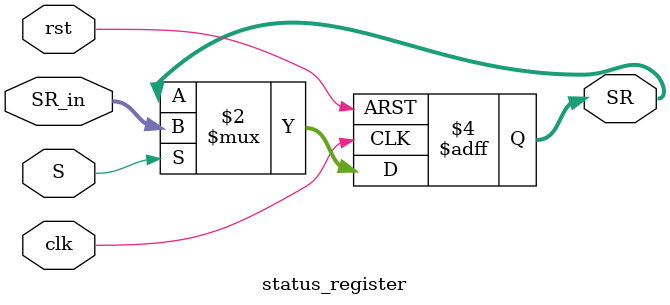
<source format=v>
module status_register(clk, rst, S, SR_in, SR);

  input clk, rst;
  input S;
  input [3:0] SR_in;
  output reg [3:0] SR;

  always@(negedge clk, posedge rst)begin
    if(rst)
      SR <= 4'b0;
    else if(S)
      SR <= SR_in;
  end

endmodule
</source>
